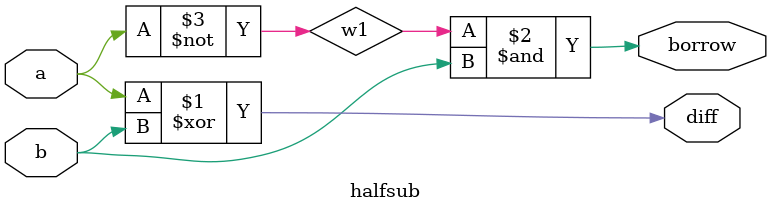
<source format=v>
module halfsub(diff,borrow,a,b);
input a,b;
output diff,borrow;
wire w1;
xor a2(diff,a,b);
not a3(w1,a);
and a4(borrow,w1,b);
endmodule

</source>
